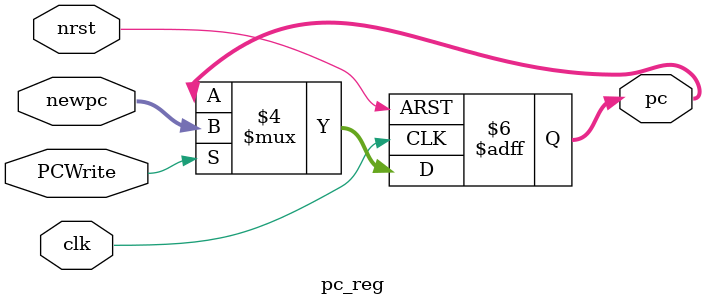
<source format=v>

`timescale 1ns / 1ps

module pc_reg(clk, nrst, PCWrite, newpc, pc);
    input clk, nrst, PCWrite;
    input [31:0] newpc;
    output [31:0] pc;

    reg [31:0] pc;

    always @(negedge clk or negedge nrst) 
    begin
        if(nrst == 1'b0)
        begin
            pc <= 32'b0;
        end
        else if(PCWrite == 1'b1)
        begin
            pc <= newpc;
        end
    end
endmodule
</source>
